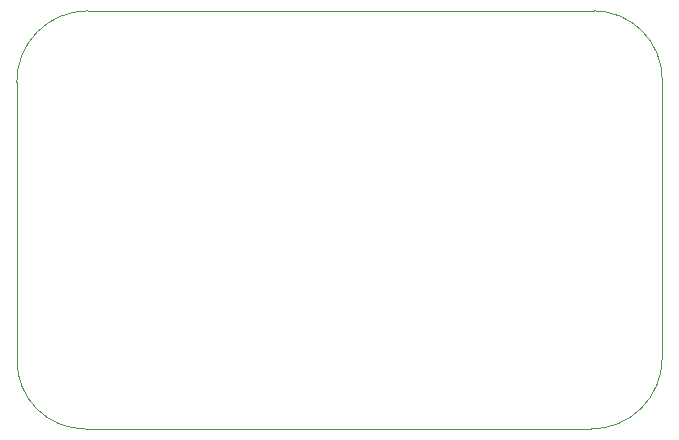
<source format=gm1>
%TF.GenerationSoftware,KiCad,Pcbnew,9.0.1*%
%TF.CreationDate,2025-04-11T17:38:00-07:00*%
%TF.ProjectId,CellTapFuses_V3,43656c6c-5461-4704-9675-7365735f5633,rev?*%
%TF.SameCoordinates,Original*%
%TF.FileFunction,Profile,NP*%
%FSLAX46Y46*%
G04 Gerber Fmt 4.6, Leading zero omitted, Abs format (unit mm)*
G04 Created by KiCad (PCBNEW 9.0.1) date 2025-04-11 17:38:00*
%MOMM*%
%LPD*%
G01*
G04 APERTURE LIST*
%TA.AperFunction,Profile*%
%ADD10C,0.100000*%
%TD*%
G04 APERTURE END LIST*
D10*
X36510700Y-112170724D02*
G75*
G02*
X30760705Y-106405804I40J5750054D01*
G01*
X36510700Y-112170724D02*
X79377495Y-112170724D01*
X30739510Y-82822827D02*
G75*
G02*
X36735981Y-76774024I5996470J52107D01*
G01*
X30760696Y-106405804D02*
X30739510Y-82822827D01*
X79586000Y-76770724D02*
G75*
G02*
X85385976Y-82570724I0J-5799976D01*
G01*
X79586000Y-76770724D02*
X36735981Y-76770724D01*
X85385981Y-106170720D02*
G75*
G02*
X79377495Y-112170725I-6000011J0D01*
G01*
X85385981Y-82570724D02*
X85385981Y-106170720D01*
M02*

</source>
